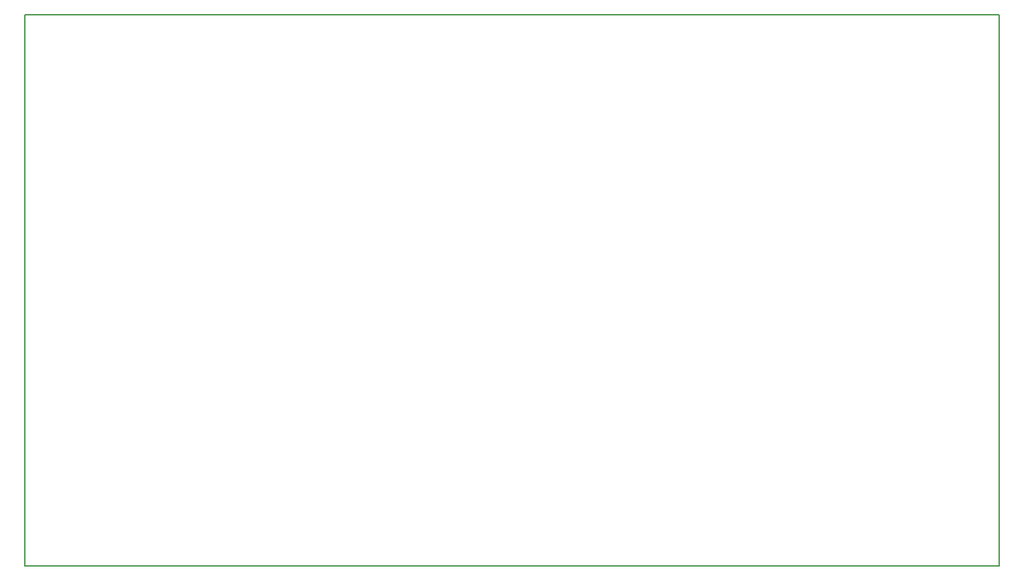
<source format=gbr>
G04 #@! TF.GenerationSoftware,KiCad,Pcbnew,5.0.0-fee4fd1~66~ubuntu18.04.1*
G04 #@! TF.CreationDate,2018-10-02T15:59:07+02:00*
G04 #@! TF.ProjectId,pcb,7063622E6B696361645F706362000000,rev?*
G04 #@! TF.SameCoordinates,Original*
G04 #@! TF.FileFunction,Profile,NP*
%FSLAX46Y46*%
G04 Gerber Fmt 4.6, Leading zero omitted, Abs format (unit mm)*
G04 Created by KiCad (PCBNEW 5.0.0-fee4fd1~66~ubuntu18.04.1) date Tue Oct  2 15:59:07 2018*
%MOMM*%
%LPD*%
G01*
G04 APERTURE LIST*
%ADD10C,0.150000*%
G04 APERTURE END LIST*
D10*
X55372000Y-42672000D02*
X178308000Y-42672000D01*
X55372000Y-112268000D02*
X55372000Y-42672000D01*
X178308000Y-112268000D02*
X55372000Y-112268000D01*
X178308000Y-66548000D02*
X178308000Y-112268000D01*
X178308000Y-66548000D02*
X178308000Y-42672000D01*
M02*

</source>
